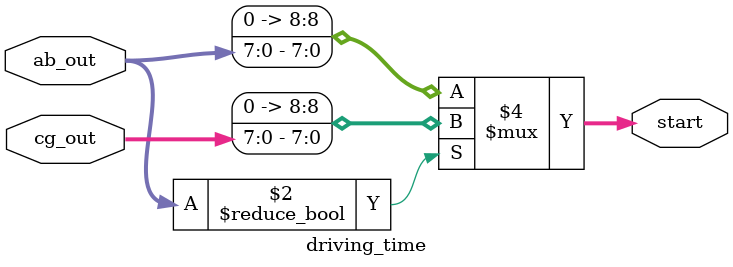
<source format=v>
module driving_time ( ab_out,cg_out, start);

input [7:0] ab_out,cg_out;

output reg [8:0] start;

always@(cg_out)
begin
	if(ab_out)
		begin
		start <= cg_out;
		end
	else
		begin
		start <= ab_out;
		end
end

endmodule
</source>
